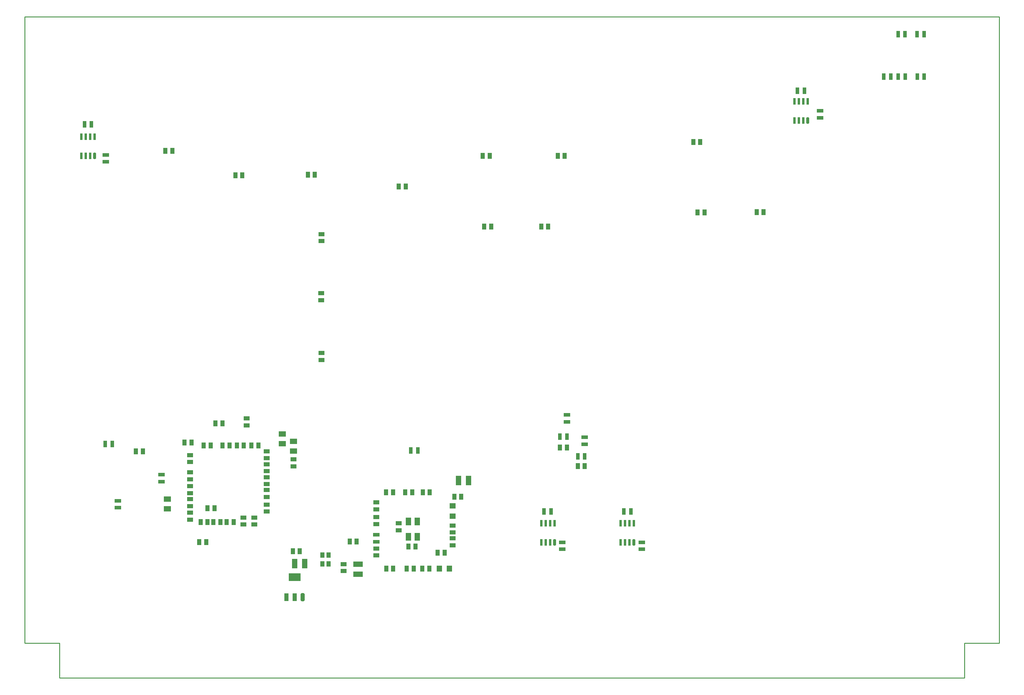
<source format=gbp>
G04*
G04 #@! TF.GenerationSoftware,Altium Limited,Altium Designer,24.9.1 (31)*
G04*
G04 Layer_Color=128*
%FSLAX44Y44*%
%MOMM*%
G71*
G04*
G04 #@! TF.SameCoordinates,FFAC17DA-0C39-4F23-945C-E2544D3BB645*
G04*
G04*
G04 #@! TF.FilePolarity,Positive*
G04*
G01*
G75*
%ADD10C,0.2500*%
%ADD14R,2.8000X1.6000*%
%ADD15R,1.8000X1.3000*%
%ADD16R,1.3000X1.8000*%
%ADD17R,1.1000X1.9000*%
G04:AMPARAMS|DCode=20|XSize=0.8mm|YSize=1.9mm|CornerRadius=0mm|HoleSize=0mm|Usage=FLASHONLY|Rotation=0.000|XOffset=0mm|YOffset=0mm|HoleType=Round|Shape=Octagon|*
%AMOCTAGOND20*
4,1,8,-0.2000,0.9500,0.2000,0.9500,0.4000,0.7500,0.4000,-0.7500,0.2000,-0.9500,-0.2000,-0.9500,-0.4000,-0.7500,-0.4000,0.7500,-0.2000,0.9500,0.0*
%
%ADD20OCTAGOND20*%

%ADD21R,0.8000X1.9000*%
%ADD22R,1.9000X1.1000*%
%ADD24R,3.5000X2.3000*%
%ADD25R,1.2000X2.3000*%
G04:AMPARAMS|DCode=26|XSize=1.2mm|YSize=2.3mm|CornerRadius=0mm|HoleSize=0mm|Usage=FLASHONLY|Rotation=0.000|XOffset=0mm|YOffset=0mm|HoleType=Round|Shape=Octagon|*
%AMOCTAGOND26*
4,1,8,-0.3000,1.1500,0.3000,1.1500,0.6000,0.8500,0.6000,-0.8500,0.3000,-1.1500,-0.3000,-1.1500,-0.6000,-0.8500,-0.6000,0.8500,-0.3000,1.1500,0.0*
%
%ADD26OCTAGOND26*%

%ADD27R,1.6000X2.8000*%
%ADD36R,1.2000X1.5000*%
%ADD101R,1.5000X2.2000*%
%ADD102R,1.6000X1.8000*%
%ADD103R,1.8000X1.6000*%
%ADD104R,2.1000X1.6000*%
D10*
X0Y100000D02*
X100000D01*
Y0D02*
Y100000D01*
Y0D02*
X2700000D01*
X2800000Y100000D02*
Y1900000D01*
X0D02*
X2800000D01*
X2700000Y0D02*
Y100000D01*
X2800000D01*
X0D02*
Y1900000D01*
D14*
X957500Y327250D02*
D03*
Y298250D02*
D03*
D15*
X852000Y1275750D02*
D03*
Y1255750D02*
D03*
X637500Y726250D02*
D03*
Y746250D02*
D03*
X916250Y327250D02*
D03*
Y307250D02*
D03*
X1009500Y484750D02*
D03*
Y504750D02*
D03*
Y442250D02*
D03*
Y462250D02*
D03*
X1229250Y401500D02*
D03*
Y381500D02*
D03*
X1009500Y372250D02*
D03*
Y352250D02*
D03*
X1229250Y438250D02*
D03*
Y418250D02*
D03*
X1074250Y424500D02*
D03*
Y444500D02*
D03*
X852000Y934000D02*
D03*
Y914000D02*
D03*
X851500Y1106000D02*
D03*
Y1086000D02*
D03*
X475120Y551250D02*
D03*
Y531250D02*
D03*
X475120Y640750D02*
D03*
Y620750D02*
D03*
X475120Y494250D02*
D03*
Y514250D02*
D03*
X475120Y475250D02*
D03*
Y455250D02*
D03*
X475120Y571250D02*
D03*
Y591250D02*
D03*
X695000Y577250D02*
D03*
Y557250D02*
D03*
X772000Y608250D02*
D03*
Y628250D02*
D03*
X659000Y461250D02*
D03*
Y441250D02*
D03*
X628000Y461250D02*
D03*
Y441250D02*
D03*
X694880Y540250D02*
D03*
Y520250D02*
D03*
X695000Y614250D02*
D03*
Y594250D02*
D03*
Y651750D02*
D03*
Y631750D02*
D03*
X695000Y478250D02*
D03*
Y498250D02*
D03*
D16*
X2122750Y1338750D02*
D03*
X2102750D02*
D03*
X1094500Y1412475D02*
D03*
X1074500D02*
D03*
X547500Y732000D02*
D03*
X567500D02*
D03*
X813050Y1446339D02*
D03*
X833050D02*
D03*
X1531000Y1501000D02*
D03*
X1551000D02*
D03*
X1557750Y662360D02*
D03*
X1537750D02*
D03*
X1608750Y609000D02*
D03*
X1588750D02*
D03*
X1932750Y1337750D02*
D03*
X1952750D02*
D03*
X479000Y677000D02*
D03*
X459000D02*
D03*
X770000Y364500D02*
D03*
X790000D02*
D03*
X1234000Y521000D02*
D03*
X1254000D02*
D03*
X1143250Y533750D02*
D03*
X1163250D02*
D03*
X1038000D02*
D03*
X1058000D02*
D03*
X1093250D02*
D03*
X1113250D02*
D03*
X1122500Y377500D02*
D03*
X1102500D02*
D03*
X1206000Y360500D02*
D03*
X1186000D02*
D03*
X953500Y392250D02*
D03*
X933500D02*
D03*
X1058250Y314250D02*
D03*
X1038250D02*
D03*
X1117000D02*
D03*
X1097000D02*
D03*
X1162000D02*
D03*
X1142000D02*
D03*
X605050Y1445000D02*
D03*
X625050D02*
D03*
X1320050Y1297000D02*
D03*
X1340050D02*
D03*
X424000Y1515000D02*
D03*
X404000D02*
D03*
X1483800Y1297250D02*
D03*
X1503800D02*
D03*
X1940750Y1540500D02*
D03*
X1920750D02*
D03*
X1335500Y1501000D02*
D03*
X1315500D02*
D03*
X525000Y448250D02*
D03*
X505000D02*
D03*
X514000Y668250D02*
D03*
X534000D02*
D03*
X525000Y488250D02*
D03*
X545000D02*
D03*
X562000Y448250D02*
D03*
X542000D02*
D03*
X600000D02*
D03*
X580000D02*
D03*
X609000Y668250D02*
D03*
X629000D02*
D03*
X651000D02*
D03*
X671000D02*
D03*
X568000D02*
D03*
X588000D02*
D03*
X521000Y390250D02*
D03*
X501000D02*
D03*
X319000Y651750D02*
D03*
X339000D02*
D03*
D17*
X171500Y1591500D02*
D03*
X191500D02*
D03*
X1492050Y478420D02*
D03*
X1512050D02*
D03*
X2220000Y1687500D02*
D03*
X2240000D02*
D03*
X2529000Y1850500D02*
D03*
X2509000D02*
D03*
X2563750D02*
D03*
X2583750D02*
D03*
X1721000Y478420D02*
D03*
X1741000D02*
D03*
X1608750Y636960D02*
D03*
X1588750D02*
D03*
X1557750Y694000D02*
D03*
X1537750D02*
D03*
X2488000Y1728000D02*
D03*
X2468000D02*
D03*
X2584000Y1728250D02*
D03*
X2564000D02*
D03*
X2509250D02*
D03*
X2529250D02*
D03*
X1129000Y654000D02*
D03*
X1109000D02*
D03*
X231000Y672750D02*
D03*
X251000D02*
D03*
D20*
X200365Y1501000D02*
D03*
X2249050Y1602500D02*
D03*
X1749750Y389920D02*
D03*
X1521850D02*
D03*
D21*
X200365Y1556000D02*
D03*
X187665D02*
D03*
X174965D02*
D03*
X162265D02*
D03*
Y1501000D02*
D03*
X174965D02*
D03*
X187665D02*
D03*
X2236350Y1602500D02*
D03*
X2223650D02*
D03*
X2210950D02*
D03*
Y1657500D02*
D03*
X2223650D02*
D03*
X2236350D02*
D03*
X2249050D02*
D03*
X1737050Y389920D02*
D03*
X1724350D02*
D03*
X1711650D02*
D03*
Y444920D02*
D03*
X1724350D02*
D03*
X1737050D02*
D03*
X1749750D02*
D03*
X1509150Y389920D02*
D03*
X1496450D02*
D03*
X1483750D02*
D03*
Y444920D02*
D03*
X1496450D02*
D03*
X1509150D02*
D03*
X1521850D02*
D03*
D22*
X1557750Y756000D02*
D03*
Y736000D02*
D03*
X232500Y1483500D02*
D03*
Y1503500D02*
D03*
X2285000Y1630000D02*
D03*
Y1610000D02*
D03*
X1772750Y390170D02*
D03*
Y370170D02*
D03*
X1544050Y390170D02*
D03*
Y370170D02*
D03*
X1608750Y672000D02*
D03*
Y692000D02*
D03*
X1009500Y391750D02*
D03*
Y411750D02*
D03*
X393000Y584250D02*
D03*
Y564250D02*
D03*
X267729Y509250D02*
D03*
Y489250D02*
D03*
D24*
X775059Y290000D02*
D03*
D25*
X752059Y232000D02*
D03*
X775059D02*
D03*
D26*
X798059D02*
D03*
D27*
X775309Y328500D02*
D03*
X804309D02*
D03*
X1245750Y567750D02*
D03*
X1274750D02*
D03*
D36*
X854750Y353500D02*
D03*
X872750D02*
D03*
X854750Y328000D02*
D03*
X872750D02*
D03*
D101*
X1102250Y449500D02*
D03*
Y405500D02*
D03*
X1127250D02*
D03*
Y449500D02*
D03*
D102*
X1190750Y314250D02*
D03*
X1219750D02*
D03*
D103*
X1229250Y494500D02*
D03*
Y465500D02*
D03*
D104*
X772000Y680250D02*
D03*
Y652250D02*
D03*
X740000Y673250D02*
D03*
Y701250D02*
D03*
X410000Y514250D02*
D03*
Y486250D02*
D03*
M02*

</source>
